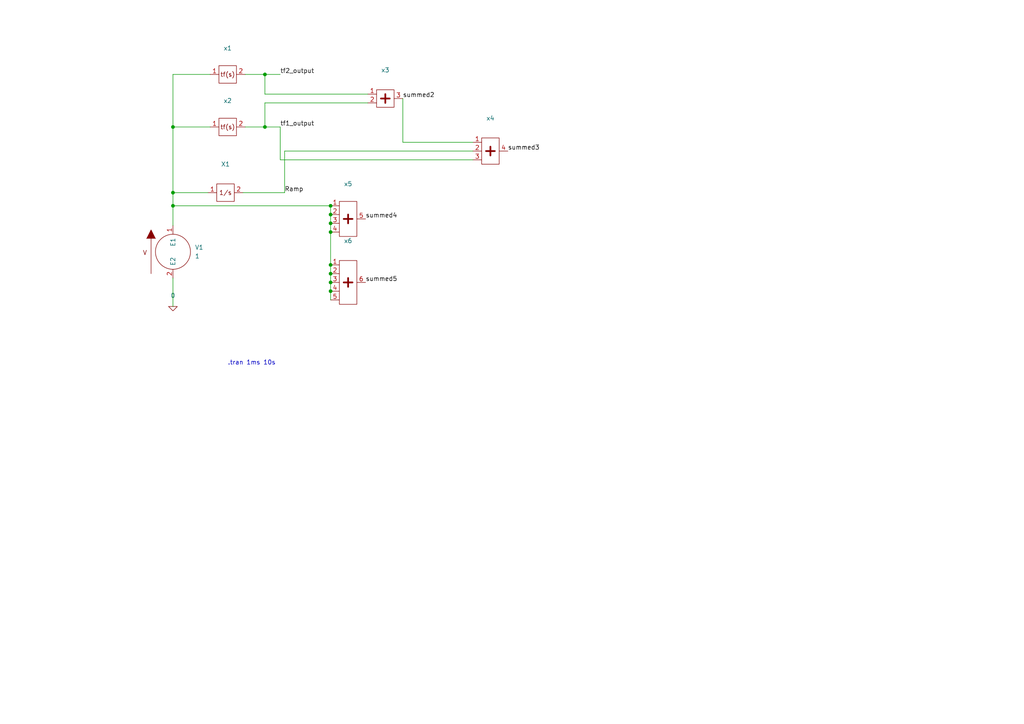
<source format=kicad_sch>
(kicad_sch (version 20211123) (generator eeschema)
  (paper "A4")
  (lib_symbols
    (symbol "Spice_signal_processing:1st Order Transfer Function" (in_bom no) (on_board no)
      (property "Reference" "x" (at 0 6.35 0))
      (property "Spice_Model" "TF1 g=1 num1=0 num0=10 den1=1 den0=10" (at 0 -2.54 0))
      (symbol "1st Order Transfer Function_0_0"
        (text "tf(s)" (at 0 1.27 0) (effects (font (size 1.27 1.27))))
      )
      (symbol "1st Order Transfer Function_0_1"
        (rectangle (start -2.54 -1.27) (end 2.54 3.81))
      )
      (symbol "1st Order Transfer Function_1_1"
        (pin input line (at -5.08 1.27 0) (length 2.54) (name "") (number "1"))
        (pin output line (at 5.08 1.27 180) (length 2.54) (name "") (number "2"))
      )
    )
    (symbol "Spice_signal_processing:2nd_Order_Transfer_Function" (in_bom no) (on_board no)
      (property "Reference" "x" (at 0 5.08 0))
      (property "Spice_Model" "TF2 g=1 num2=0 num1=0 num0=900 den2=1 den1=15 den0=900" (at 1.27 -2.54 0))
      (symbol "2nd_Order_Transfer_Function_0_0"
        (text "tf(s)" (at 0 1.27 0) (effects (font (size 1.27 1.27))))
      )
      (symbol "2nd_Order_Transfer_Function_0_1"
        (rectangle (start -2.54 -1.27) (end 2.54 3.81))
      )
      (symbol "2nd_Order_Transfer_Function_1_1"
        (pin input line (at -5.08 1.27 0) (length 2.54) (name "") (number "1"))
        (pin output line (at 5.08 1.27 180) (length 2.54) (name "") (number "2"))
      )
    )
    (symbol "Spice_signal_processing:Integrator" (pin_names (offset 0)) (in_bom no) (on_board no)
      (property "Reference" "X" (at 0 3.81 0))
      (property "Spice_Model" "INTEGRATOR" (at 0 -3.81 0))
      (symbol "Integrator_0_0"
        (text "1/s" (at 0 0 0) (effects (font (size 1.27 1.27))))
      )
      (symbol "Integrator_0_1"
        (rectangle (start -2.54 2.54) (end 2.54 -2.54))
      )
      (symbol "Integrator_1_1"
        (pin input line (at -5.08 0 0) (length 2.54) (name "") (number "1"))
        (pin output line (at 5.08 0 180) (length 2.54) (name "") (number "2"))
      )
    )
    (symbol "Spice_signal_processing:sum2" (in_bom no) (on_board no)
      (property "Reference" "x" (at 0 3.81 0))
      (property "Spice_Model" "SUM2 g1=1 g2=1 gout=1" (at 0 -3.81 0))
      (symbol "sum2_0_0"
        (rectangle (start -2.54 2.54) (end 2.54 -2.54))
        (polyline (pts (xy -1.27 0) (xy 1.27 0)) (stroke (width 0.5)))
        (polyline (pts (xy 0 -1.27) (xy 0 1.27)) (stroke (width 0.5)))
      )
      (symbol "sum2_1_1"
        (pin input line (at -5.08 1.27 0) (length 2.54) (name "") (number "1"))
        (pin input line (at -5.08 -1.27 0) (length 2.54) (name "") (number "2"))
        (pin output line (at 5.08 0 180) (length 2.54) (name "") (number "3"))
      )
    )
    (symbol "Spice_signal_processing:sum3" (in_bom no) (on_board no)
      (property "Reference" "x" (at 0 5.08 0))
      (property "Spice_Model" "SUM3 g1=1 g2=1 g3=1 gout=1" (at 0 -5.08 0))
      (symbol "sum3_0_0"
        (rectangle (start -2.54 3.81) (end 2.54 -3.81))
        (polyline (pts (xy -1.27 0) (xy 1.27 0)) (stroke (width 0.5)))
        (polyline (pts (xy 0 -1.27) (xy 0 1.27)) (stroke (width 0.5)))
      )
      (symbol "sum3_1_1"
        (pin input line (at -5.08 2.54 0) (length 2.54) (name "") (number "1"))
        (pin input line (at -5.08 0 0) (length 2.54) (name "") (number "2"))
        (pin input line (at -5.08 -2.54 0) (length 2.54) (name "") (number "3"))
        (pin output line (at 5.08 0 180) (length 2.54) (name "") (number "4"))
      )
    )
    (symbol "Spice_signal_processing:sum4" (in_bom no) (on_board no)
      (property "Reference" "x" (at 0 6.35 0))
      (property "Spice_Model" "SUM4 g1=1 g2=1 g3=1 g4=1 gout=1" (at 0 -6.35 0))
      (symbol "sum4_0_0"
        (rectangle (start -2.54 5.08) (end 2.54 -5.08))
        (polyline (pts (xy -1.27 0) (xy 1.27 0)) (stroke (width 0.5)))
        (polyline (pts (xy 0 -1.27) (xy 0 1.27)) (stroke (width 0.5)))
      )
      (symbol "sum4_1_1"
        (pin input line (at -5.08 3.81 0) (length 2.54) (name "") (number "1"))
        (pin input line (at -5.08 1.27 0) (length 2.54) (name "") (number "2"))
        (pin input line (at -5.08 -1.27 0) (length 2.54) (name "") (number "3"))
        (pin input line (at -5.08 -3.81 0) (length 2.54) (name "") (number "4"))
        (pin output line (at 5.08 0 180) (length 2.54) (name "") (number "5"))
      )
    )
    (symbol "Spice_signal_processing:sum5" (in_bom no) (on_board no)
      (property "Reference" "x" (at 0 7.62 0))
      (property "Spice_Model" "SUM5 g1=1 g2=1 g3=1 g4=1 g5=1 gout=1" (at 0 -7.62 0))
      (symbol "sum5_0_0"
        (rectangle (start -2.54 6.35) (end 2.54 -6.35))
        (polyline (pts (xy -1.27 0) (xy 1.27 0)) (stroke (width 0.5)))
        (polyline (pts (xy 0 -1.27) (xy 0 1.27)) (stroke (width 0.5)))
      )
      (symbol "sum5_1_1"
        (pin input line (at -5.08 5.08 0) (length 2.54) (name "") (number "1"))
        (pin input line (at -5.08 2.54 0) (length 2.54) (name "") (number "2"))
        (pin input line (at -5.08 0 0) (length 2.54) (name "") (number "3"))
        (pin input line (at -5.08 -2.54 0) (length 2.54) (name "") (number "4"))
        (pin input line (at -5.08 -5.08 0) (length 2.54) (name "") (number "5"))
        (pin output line (at 5.08 0 180) (length 2.54) (name "") (number "6"))
      )
    )
    (symbol "pspice:0" (power) (pin_names (offset 0))
      (property "Value" "0" (at 0 -1.778 0))
      (symbol "0_0_1"
        (polyline (pts (xy -1.27 0) (xy 0 -1.27) (xy 1.27 0) (xy -1.27 0)))
      )
      (symbol "0_1_1"
        (pin power_in line (at 0 0 0) (length 0) hide (name "0") (number "1"))
      )
    )
    (symbol "pspice:VSOURCE" (pin_names (offset 1.016))
      (property "Reference" "V" (at -6.35 7.62 0))
      (property "Value" "VSOURCE" (at 0 0 0))
      (symbol "VSOURCE_0_1"
        (polyline (pts (xy -6.35 -6.35) (xy -6.35 3.81)) (fill (type outline)))
        (polyline (pts (xy -7.62 3.81) (xy -6.35 6.35) (xy -5.08 3.81)) (fill (type outline)))
        (circle (center 0 0) (radius 5.08))
        (text "V" (at -8.128 -0.254 0) (effects (font (size 1.27 1.27))))
      )
      (symbol "VSOURCE_1_1"
        (pin input line (at 0 7.62 270) (length 2.54) (name "E1") (number "1"))
        (pin input line (at 0 -7.62 90) (length 2.54) (name "E2") (number "2"))
      )
    )
  )
  (junction (at 95.885 81.915))
  (junction (at 95.885 64.77))
  (junction (at 95.885 59.69))
  (junction (at 95.885 79.375))
  (junction (at 50.165 36.83))
  (junction (at 76.835 21.59))
  (junction (at 50.165 55.88))
  (junction (at 76.835 36.83))
  (junction (at 95.885 62.23))
  (junction (at 95.885 67.31))
  (junction (at 95.885 76.835))
  (junction (at 95.885 84.455))
  (junction (at 50.165 59.69))
  (wire (pts (xy 76.835 21.59) (xy 81.28 21.59)))
  (wire (pts (xy 106.68 27.305) (xy 76.835 27.305)))
  (wire (pts (xy 60.325 55.88) (xy 50.165 55.88)))
  (wire (pts (xy 50.165 36.83) (xy 50.165 55.88)))
  (wire (pts (xy 50.165 21.59) (xy 50.165 36.83)))
  (wire (pts (xy 71.12 36.83) (xy 76.835 36.83)))
  (wire (pts (xy 137.16 43.815) (xy 82.55 43.815)))
  (wire (pts (xy 50.165 80.645) (xy 50.165 88.9)))
  (wire (pts (xy 95.885 67.31) (xy 95.885 76.835)))
  (wire (pts (xy 76.835 36.83) (xy 81.28 36.83)))
  (wire (pts (xy 106.68 29.845) (xy 76.835 29.845)))
  (wire (pts (xy 137.16 46.355) (xy 81.28 46.355)))
  (wire (pts (xy 71.12 21.59) (xy 76.835 21.59)))
  (wire (pts (xy 60.96 21.59) (xy 50.165 21.59)))
  (wire (pts (xy 76.835 29.845) (xy 76.835 36.83)))
  (wire (pts (xy 81.28 46.355) (xy 81.28 36.83)))
  (wire (pts (xy 95.885 76.835) (xy 95.885 79.375)))
  (wire (pts (xy 50.165 55.88) (xy 50.165 59.69)))
  (wire (pts (xy 95.885 79.375) (xy 95.885 81.915)))
  (wire (pts (xy 70.485 55.88) (xy 82.55 55.88)))
  (wire (pts (xy 95.885 62.23) (xy 95.885 64.77)))
  (wire (pts (xy 116.84 28.575) (xy 116.84 41.275)))
  (wire (pts (xy 137.16 41.275) (xy 116.84 41.275)))
  (wire (pts (xy 60.96 36.83) (xy 50.165 36.83)))
  (wire (pts (xy 95.885 64.77) (xy 95.885 67.31)))
  (wire (pts (xy 76.835 27.305) (xy 76.835 21.59)))
  (wire (pts (xy 95.885 81.915) (xy 95.885 84.455)))
  (wire (pts (xy 50.165 59.69) (xy 50.165 65.405)))
  (wire (pts (xy 95.885 59.69) (xy 50.165 59.69)))
  (wire (pts (xy 95.885 59.69) (xy 95.885 62.23)))
  (wire (pts (xy 82.55 43.815) (xy 82.55 55.88)))
  (wire (pts (xy 95.885 84.455) (xy 95.885 86.995)))
  (text ".tran 1ms 10s" (at 66.04 106.045 0) (effects (font (size 1.27 1.27)) (justify left bottom)))
  (label "tf1_output" (at 81.28 36.83 0))
  (label "tf2_output" (at 81.28 21.59 0))
  (label "Ramp" (at 82.55 55.88 0))
  (label "summed5" (at 106.045 81.915 0))
  (label "summed2" (at 116.84 28.575 0))
  (label "summed4" (at 106.045 63.5 0))
  (label "summed3" (at 147.32 43.815 0))
  (symbol (lib_id "Spice_signal_processing:Integrator") (at 65.405 55.88 0) (unit 1) (in_bom no) (on_board no)
    (property "Reference" "X1" (at 65.405 47.625 0))
    (property "Value" "Integrator" (effects hide))
    (property "Spice_Primitive" "X" (effects hide))
    (property "Spice_Model" "INTEGRATOR; ic=20V" (at 65.405 50.165 0))
    (property "Spice_Netlist_Enabled" "Y" (effects hide))
    (property "Spice_Lib_File" "$(KICAD_SIMULATION_LIB_DIR)/ngspice-lib/integrator/integrator.lib" (effects hide))
  )
  (symbol (lib_id "Spice_signal_processing:2nd_Order_Transfer_Function") (at 66.04 22.86 0) (unit 1)
    (property "Reference" "x1" (at 66.04 13.97 0))
    (property "Value" "2nd_Order_Transfer_Function" (effects hide))
    (property "Spice_Primitive" "X" (effects hide))
    (property "Spice_Model" "TF2 g=1 num2=0 num1=0 num0=900 den2=1 den1=15 den0=900" (at 66.04 16.51 0))
    (property "Spice_Netlist_Enabled" "Y" (effects hide))
    (property "Spice_Lib_File" "$(KICAD_SIMULATION_LIB_DIR)/ngspice-lib/filters/transfer_function/tf.lib" (effects hide))
    (property "Explanation" "Note: numX and denX are the parameters given X=0..order" (effects hide))
  )
  (symbol (lib_id "Spice_signal_processing:sum3") (at 142.24 43.815 0) (unit 1) (in_bom no) (on_board no)
    (property "Reference" "x4" (at 142.24 34.29 0))
    (property "Value" "sum3" (effects hide))
    (property "Spice_Primitive" "X" (effects hide))
    (property "Spice_Model" "SUM3 g1=1 g2=1 g3=1 gout=1" (at 142.24 36.83 0))
    (property "Spice_Netlist_Enabled" "Y" (effects hide))
    (property "Spice_Lib_File" "$(KICAD_SIMULATION_LIB_DIR)/ngspice-lib/sum/sum.lib" (effects hide))
  )
  (symbol (lib_id "pspice:VSOURCE") (at 50.165 73.025 0) (unit 1)
    (property "Reference" "V1" (at 56.515 71.7549 0) (effects (justify left)))
    (property "Value" "1" (at 56.515 74.2949 0) (effects (justify left)))
    (property "Spice_Primitive" "V" (effects hide))
    (property "Spice_Model" "pulse(0 1 1 1m 1m 1 4)" (effects hide))
    (property "Spice_Netlist_Enabled" "Y" (effects hide))
  )
  (symbol (lib_id "Spice_signal_processing:sum2") (at 111.76 28.575 0) (unit 1) (in_bom no) (on_board no)
    (property "Reference" "x3" (at 111.76 20.32 0))
    (property "Value" "sum2" (effects hide))
    (property "Spice_Primitive" "X" (effects hide))
    (property "Spice_Model" "SUM2 g1=1 g2=1 gout=1" (at 111.76 22.86 0))
    (property "Spice_Netlist_Enabled" "Y" (effects hide))
    (property "Spice_Lib_File" "$(KICAD_SIMULATION_LIB_DIR)/ngspice-lib/sum/sum.lib" (effects hide))
  )
  (symbol (lib_id "pspice:0") (at 50.165 88.9 0) (unit 1)
    (property "Reference" "#GND0101" (effects hide))
    (property "Value" "0" (at 50.165 85.725 0))
  )
  (symbol (lib_id "Spice_signal_processing:sum5") (at 100.965 81.915 0) (unit 1) (in_bom no) (on_board no)
    (property "Reference" "x6" (at 100.965 69.85 0))
    (property "Value" "sum5" (effects hide))
    (property "Spice_Primitive" "X" (effects hide))
    (property "Spice_Model" "SUM5 g1=2 g2=1 g3=1 g4=1 g5=1 gout=1" (at 100.965 72.39 0))
    (property "Spice_Netlist_Enabled" "Y" (effects hide))
    (property "Spice_Lib_File" "$(KICAD_SIMULATION_LIB_DIR)/ngspice-lib/sum/sum.lib" (effects hide))
  )
  (symbol (lib_id "Spice_signal_processing:sum4") (at 100.965 63.5 0) (unit 1) (in_bom no) (on_board no)
    (property "Reference" "x5" (at 100.965 53.34 0))
    (property "Value" "sum4" (effects hide))
    (property "Spice_Primitive" "X" (effects hide))
    (property "Spice_Model" "SUM4 g1=1 g2=1 g3=1 g4=1 gout=1" (at 100.965 55.88 0))
    (property "Spice_Netlist_Enabled" "Y" (effects hide))
    (property "Spice_Lib_File" "$(KICAD_SIMULATION_LIB_DIR)/ngspice-lib/sum/sum.lib" (effects hide))
  )
  (symbol (lib_id "Spice_signal_processing:1st Order Transfer Function") (at 66.04 38.1 0) (unit 1) (in_bom no) (on_board no)
    (property "Reference" "x2" (at 66.04 29.21 0))
    (property "Value" "1st Order Transfer Function" (effects hide))
    (property "Spice_Primitive" "X" (effects hide))
    (property "Spice_Model" "TF1 g=1 num1=0 num0=10 den1=1 den0=10" (at 66.04 31.75 0))
    (property "Spice_Netlist_Enabled" "Y" (effects hide))
    (property "Spice_Lib_File" "$(KICAD_SIMULATION_LIB_DIR)/ngspice-lib/filters/transfer_function/tf.lib" (effects hide))
    (property "Explanation" "Note: numX and denX are the parameters given X=0..order" (effects hide))
  )
)
</source>
